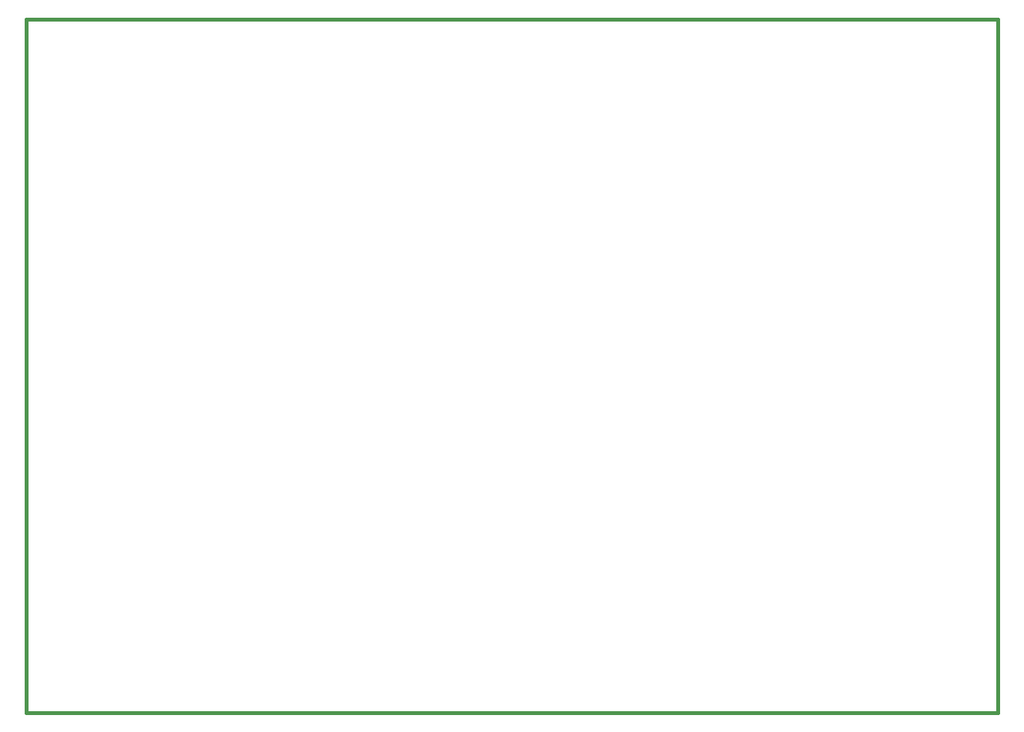
<source format=gbo>
G04 (created by PCBNEW-RS274X (20100406 SVN-R2508)-final) date 07/03/2016 07:58:10*
G01*
G70*
G90*
%MOIN*%
G04 Gerber Fmt 3.4, Leading zero omitted, Abs format*
%FSLAX34Y34*%
G04 APERTURE LIST*
%ADD10C,0.006000*%
%ADD11C,0.015000*%
G04 APERTURE END LIST*
G54D10*
G54D11*
X12000Y-45500D02*
X11000Y-45500D01*
X11000Y-15500D02*
X12000Y-15500D01*
X53000Y-45500D02*
X53000Y-15500D01*
X12000Y-45500D02*
X53000Y-45500D01*
X11000Y-15500D02*
X11000Y-45500D01*
X53000Y-15500D02*
X12000Y-15500D01*
M02*

</source>
